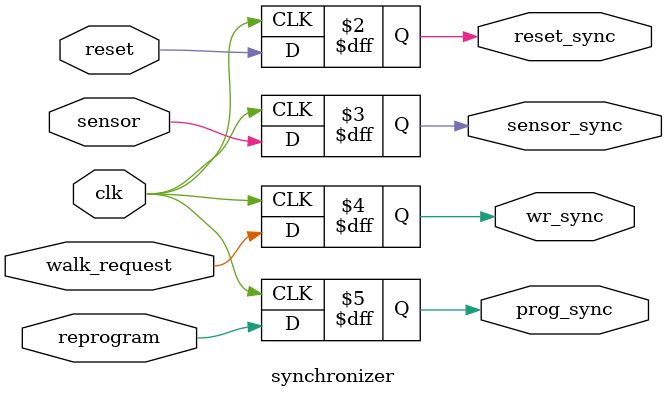
<source format=v>

module synchronizer(clk,reset,sensor,walk_request,reprogram,reset_sync,sensor_sync,wr_sync,prog_sync);

input clk,reset,sensor,walk_request,reprogram;
output reg reset_sync,sensor_sync,wr_sync,prog_sync;

always @(negedge clk)
begin

	reset_sync = reset;
	sensor_sync = sensor;
	wr_sync = walk_request;
	prog_sync = reprogram;
	
	//$display("***%b",wr_sync);

end


endmodule

</source>
